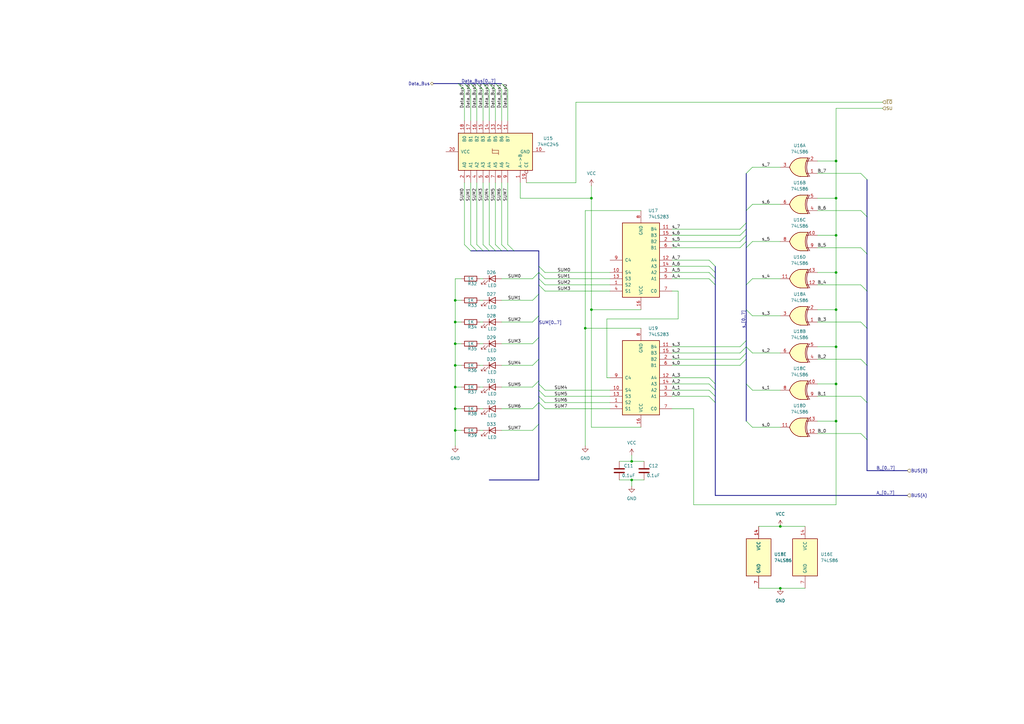
<source format=kicad_sch>
(kicad_sch (version 20231120) (generator "eeschema") (generator_version "8.0")
  (paper "A3")
  (lib_symbols
    (symbol "74xx:74HC245" (pin_names (offset 1.016))
      (property "Reference" "U" (at -7.62 16.51 0))
      (property "Value" "74HC245" (at -7.62 -16.51 0))
      (symbol "74HC245_1_0"
        (polyline (pts (xy -0.635 -1.27) (xy -0.635 1.27) (xy 0.635 1.27)))
        (polyline (pts (xy -1.27 -1.27) (xy 0.635 -1.27) (xy 0.635 1.27) (xy 1.27 1.27)))
        (pin input line (at -12.7 -10.16 0) (length 5.08) (name "A->B") (number "1"))
        (pin power_in line (at 0 -20.32 90) (length 5.08) (name "GND") (number "10"))
        (pin tri_state line (at 12.7 -5.08 180) (length 5.08) (name "B7") (number "11"))
        (pin tri_state line (at 12.7 -2.54 180) (length 5.08) (name "B6") (number "12"))
        (pin tri_state line (at 12.7 0 180) (length 5.08) (name "B5") (number "13"))
        (pin tri_state line (at 12.7 2.54 180) (length 5.08) (name "B4") (number "14"))
        (pin tri_state line (at 12.7 5.08 180) (length 5.08) (name "B3") (number "15"))
        (pin tri_state line (at 12.7 7.62 180) (length 5.08) (name "B2") (number "16"))
        (pin tri_state line (at 12.7 10.16 180) (length 5.08) (name "B1") (number "17"))
        (pin tri_state line (at 12.7 12.7 180) (length 5.08) (name "B0") (number "18"))
        (pin input inverted (at -12.7 -12.7 0) (length 5.08) (name "CE") (number "19"))
        (pin tri_state line (at -12.7 12.7 0) (length 5.08) (name "A0") (number "2"))
        (pin power_in line (at 0 20.32 270) (length 5.08) (name "VCC") (number "20"))
        (pin tri_state line (at -12.7 10.16 0) (length 5.08) (name "A1") (number "3"))
        (pin tri_state line (at -12.7 7.62 0) (length 5.08) (name "A2") (number "4"))
        (pin tri_state line (at -12.7 5.08 0) (length 5.08) (name "A3") (number "5"))
        (pin tri_state line (at -12.7 2.54 0) (length 5.08) (name "A4") (number "6"))
        (pin tri_state line (at -12.7 0 0) (length 5.08) (name "A5") (number "7"))
        (pin tri_state line (at -12.7 -2.54 0) (length 5.08) (name "A6") (number "8"))
        (pin tri_state line (at -12.7 -5.08 0) (length 5.08) (name "A7") (number "9"))
      )
      (symbol "74HC245_1_1"
        (rectangle (start -7.62 15.24) (end 7.62 -15.24) (stroke (width 0.254)) (fill (type background)))
      )
    )
    (symbol "74xx:74LS283" (pin_names (offset 1.016))
      (property "Reference" "U" (at -7.62 16.51 0))
      (property "Value" "74LS283" (at -7.62 -16.51 0))
      (symbol "74LS283_1_0"
        (pin output line (at 12.7 10.16 180) (length 5.08) (name "S2") (number "1"))
        (pin output line (at 12.7 5.08 180) (length 5.08) (name "S4") (number "10"))
        (pin input line (at -12.7 -12.7 0) (length 5.08) (name "B4") (number "11"))
        (pin input line (at -12.7 0 0) (length 5.08) (name "A4") (number "12"))
        (pin output line (at 12.7 7.62 180) (length 5.08) (name "S3") (number "13"))
        (pin input line (at -12.7 2.54 0) (length 5.08) (name "A3") (number "14"))
        (pin input line (at -12.7 -10.16 0) (length 5.08) (name "B3") (number "15"))
        (pin power_in line (at 0 20.32 270) (length 5.08) (name "VCC") (number "16"))
        (pin input line (at -12.7 -7.62 0) (length 5.08) (name "B2") (number "2"))
        (pin input line (at -12.7 5.08 0) (length 5.08) (name "A2") (number "3"))
        (pin output line (at 12.7 12.7 180) (length 5.08) (name "S1") (number "4"))
        (pin input line (at -12.7 7.62 0) (length 5.08) (name "A1") (number "5"))
        (pin input line (at -12.7 -5.08 0) (length 5.08) (name "B1") (number "6"))
        (pin input line (at -12.7 12.7 0) (length 5.08) (name "C0") (number "7"))
        (pin power_in line (at 0 -20.32 90) (length 5.08) (name "GND") (number "8"))
        (pin output line (at 12.7 0 180) (length 5.08) (name "C4") (number "9"))
      )
      (symbol "74LS283_1_1"
        (rectangle (start -7.62 15.24) (end 7.62 -15.24) (stroke (width 0.254)) (fill (type background)))
      )
    )
    (symbol "74xx:74LS86" (pin_names (offset 1.016))
      (property "Reference" "U" (at 0 1.27 0))
      (property "Value" "74LS86" (at 0 -1.27 0))
      (symbol "74LS86_1_0"
        (arc (start -4.4196 -3.81) (mid -3.2033 0) (end -4.4196 3.81) (stroke (width 0.254)))
        (arc (start -3.81 -3.81) (mid -2.589 0) (end -3.81 3.81) (stroke (width 0.254)))
        (arc (start -0.6096 -3.81) (mid 2.1842 -2.5851) (end 3.81 0) (stroke (width 0.254)) (fill (type background)))
        (polyline (pts (xy -3.81 -3.81) (xy -0.635 -3.81)) (stroke (width 0.254)) (fill (type background)))
        (polyline (pts (xy -3.81 3.81) (xy -0.635 3.81)) (stroke (width 0.254)) (fill (type background)))
        (polyline (pts (xy -0.635 3.81) (xy -3.81 3.81) (xy -3.81 3.81) (xy -3.556 3.4036) (xy -3.0226 2.2606) (xy -2.6924 1.0414) (xy -2.6162 -0.254) (xy -2.7686 -1.4986) (xy -3.175 -2.7178) (xy -3.81 -3.81) (xy -3.81 -3.81) (xy -0.635 -3.81)) (stroke (width -25.4)) (fill (type background)))
        (arc (start 3.81 0) (mid 2.1915 2.5936) (end -0.6096 3.81) (stroke (width 0.254)) (fill (type background)))
        (pin input line (at -7.62 2.54 0) (length 4.445) (name "~") (number "1"))
        (pin input line (at -7.62 -2.54 0) (length 4.445) (name "~") (number "2"))
        (pin output line (at 7.62 0 180) (length 3.81) (name "~") (number "3"))
      )
      (symbol "74LS86_1_1"
        (polyline (pts (xy -3.81 -2.54) (xy -3.175 -2.54)) (stroke (width 0.1524)))
        (polyline (pts (xy -3.81 2.54) (xy -3.175 2.54)) (stroke (width 0.1524)))
      )
      (symbol "74LS86_2_0"
        (arc (start -4.4196 -3.81) (mid -3.2033 0) (end -4.4196 3.81) (stroke (width 0.254)))
        (arc (start -3.81 -3.81) (mid -2.589 0) (end -3.81 3.81) (stroke (width 0.254)))
        (arc (start -0.6096 -3.81) (mid 2.1842 -2.5851) (end 3.81 0) (stroke (width 0.254)) (fill (type background)))
        (polyline (pts (xy -3.81 -3.81) (xy -0.635 -3.81)) (stroke (width 0.254)) (fill (type background)))
        (polyline (pts (xy -3.81 3.81) (xy -0.635 3.81)) (stroke (width 0.254)) (fill (type background)))
        (polyline (pts (xy -0.635 3.81) (xy -3.81 3.81) (xy -3.81 3.81) (xy -3.556 3.4036) (xy -3.0226 2.2606) (xy -2.6924 1.0414) (xy -2.6162 -0.254) (xy -2.7686 -1.4986) (xy -3.175 -2.7178) (xy -3.81 -3.81) (xy -3.81 -3.81) (xy -0.635 -3.81)) (stroke (width -25.4)) (fill (type background)))
        (arc (start 3.81 0) (mid 2.1915 2.5936) (end -0.6096 3.81) (stroke (width 0.254)) (fill (type background)))
        (pin input line (at -7.62 2.54 0) (length 4.445) (name "~") (number "4"))
        (pin input line (at -7.62 -2.54 0) (length 4.445) (name "~") (number "5"))
        (pin output line (at 7.62 0 180) (length 3.81) (name "~") (number "6"))
      )
      (symbol "74LS86_2_1"
        (polyline (pts (xy -3.81 -2.54) (xy -3.175 -2.54)) (stroke (width 0.1524)))
        (polyline (pts (xy -3.81 2.54) (xy -3.175 2.54)) (stroke (width 0.1524)))
      )
      (symbol "74LS86_3_0"
        (arc (start -4.4196 -3.81) (mid -3.2033 0) (end -4.4196 3.81) (stroke (width 0.254)))
        (arc (start -3.81 -3.81) (mid -2.589 0) (end -3.81 3.81) (stroke (width 0.254)))
        (arc (start -0.6096 -3.81) (mid 2.1842 -2.5851) (end 3.81 0) (stroke (width 0.254)) (fill (type background)))
        (polyline (pts (xy -3.81 -3.81) (xy -0.635 -3.81)) (stroke (width 0.254)) (fill (type background)))
        (polyline (pts (xy -3.81 3.81) (xy -0.635 3.81)) (stroke (width 0.254)) (fill (type background)))
        (polyline (pts (xy -0.635 3.81) (xy -3.81 3.81) (xy -3.81 3.81) (xy -3.556 3.4036) (xy -3.0226 2.2606) (xy -2.6924 1.0414) (xy -2.6162 -0.254) (xy -2.7686 -1.4986) (xy -3.175 -2.7178) (xy -3.81 -3.81) (xy -3.81 -3.81) (xy -0.635 -3.81)) (stroke (width -25.4)) (fill (type background)))
        (arc (start 3.81 0) (mid 2.1915 2.5936) (end -0.6096 3.81) (stroke (width 0.254)) (fill (type background)))
        (pin input line (at -7.62 -2.54 0) (length 4.445) (name "~") (number "10"))
        (pin output line (at 7.62 0 180) (length 3.81) (name "~") (number "8"))
        (pin input line (at -7.62 2.54 0) (length 4.445) (name "~") (number "9"))
      )
      (symbol "74LS86_3_1"
        (polyline (pts (xy -3.81 -2.54) (xy -3.175 -2.54)) (stroke (width 0.1524)))
        (polyline (pts (xy -3.81 2.54) (xy -3.175 2.54)) (stroke (width 0.1524)))
      )
      (symbol "74LS86_4_0"
        (arc (start -4.4196 -3.81) (mid -3.2033 0) (end -4.4196 3.81) (stroke (width 0.254)))
        (arc (start -3.81 -3.81) (mid -2.589 0) (end -3.81 3.81) (stroke (width 0.254)))
        (arc (start -0.6096 -3.81) (mid 2.1842 -2.5851) (end 3.81 0) (stroke (width 0.254)) (fill (type background)))
        (polyline (pts (xy -3.81 -3.81) (xy -0.635 -3.81)) (stroke (width 0.254)) (fill (type background)))
        (polyline (pts (xy -3.81 3.81) (xy -0.635 3.81)) (stroke (width 0.254)) (fill (type background)))
        (polyline (pts (xy -0.635 3.81) (xy -3.81 3.81) (xy -3.81 3.81) (xy -3.556 3.4036) (xy -3.0226 2.2606) (xy -2.6924 1.0414) (xy -2.6162 -0.254) (xy -2.7686 -1.4986) (xy -3.175 -2.7178) (xy -3.81 -3.81) (xy -3.81 -3.81) (xy -0.635 -3.81)) (stroke (width -25.4)) (fill (type background)))
        (arc (start 3.81 0) (mid 2.1915 2.5936) (end -0.6096 3.81) (stroke (width 0.254)) (fill (type background)))
        (pin output line (at 7.62 0 180) (length 3.81) (name "~") (number "11"))
        (pin input line (at -7.62 2.54 0) (length 4.445) (name "~") (number "12"))
        (pin input line (at -7.62 -2.54 0) (length 4.445) (name "~") (number "13"))
      )
      (symbol "74LS86_4_1"
        (polyline (pts (xy -3.81 -2.54) (xy -3.175 -2.54)) (stroke (width 0.1524)))
        (polyline (pts (xy -3.81 2.54) (xy -3.175 2.54)) (stroke (width 0.1524)))
      )
      (symbol "74LS86_5_0"
        (pin power_in line (at 0 12.7 270) (length 5.08) (name "VCC") (number "14"))
        (pin power_in line (at 0 -12.7 90) (length 5.08) (name "GND") (number "7"))
      )
      (symbol "74LS86_5_1"
        (rectangle (start -5.08 7.62) (end 5.08 -7.62) (stroke (width 0.254)) (fill (type background)))
      )
    )
    (symbol "Device:C" (pin_numbers hide) (pin_names (offset 0.254))
      (property "Reference" "C" (at 0.635 2.54 0))
      (property "Value" "C" (at 0.635 -2.54 0))
      (symbol "C_0_1"
        (polyline (pts (xy -2.032 -0.762) (xy 2.032 -0.762)) (stroke (width 0.508)))
        (polyline (pts (xy -2.032 0.762) (xy 2.032 0.762)) (stroke (width 0.508)))
      )
      (symbol "C_1_1"
        (pin passive line (at 0 3.81 270) (length 2.794) (name "~") (number "1"))
        (pin passive line (at 0 -3.81 90) (length 2.794) (name "~") (number "2"))
      )
    )
    (symbol "Device:LED" (pin_numbers hide) (pin_names (offset 1.016) hide)
      (property "Reference" "D" (at 0 2.54 0))
      (property "Value" "LED" (at 0 -2.54 0))
      (symbol "LED_0_1"
        (polyline (pts (xy -1.27 -1.27) (xy -1.27 1.27)) (stroke (width 0.254)))
        (polyline (pts (xy -1.27 0) (xy 1.27 0)))
        (polyline (pts (xy 1.27 -1.27) (xy 1.27 1.27) (xy -1.27 0) (xy 1.27 -1.27)) (stroke (width 0.254)))
        (polyline (pts (xy -3.048 -0.762) (xy -4.572 -2.286) (xy -3.81 -2.286) (xy -4.572 -2.286) (xy -4.572 -1.524)))
        (polyline (pts (xy -1.778 -0.762) (xy -3.302 -2.286) (xy -2.54 -2.286) (xy -3.302 -2.286) (xy -3.302 -1.524)))
      )
      (symbol "LED_1_1"
        (pin passive line (at -3.81 0 0) (length 2.54) (name "K") (number "1"))
        (pin passive line (at 3.81 0 180) (length 2.54) (name "A") (number "2"))
      )
    )
    (symbol "Device:R" (pin_numbers hide) (pin_names (offset 0))
      (property "Reference" "R" (at 2.032 0 90))
      (property "Value" "R" (at 0 0 90))
      (symbol "R_0_1"
        (rectangle (start -1.016 -2.54) (end 1.016 2.54) (stroke (width 0.254)))
      )
      (symbol "R_1_1"
        (pin passive line (at 0 3.81 270) (length 1.27) (name "~") (number "1"))
        (pin passive line (at 0 -3.81 90) (length 1.27) (name "~") (number "2"))
      )
    )
    (symbol "power:GND" (power) (pin_numbers hide) (pin_names (offset 0) hide)
      (property "Value" "GND" (at 0 -3.81 0))
      (symbol "GND_0_1"
        (polyline (pts (xy 0 0) (xy 0 -1.27) (xy 1.27 -1.27) (xy 0 -2.54) (xy -1.27 -1.27) (xy 0 -1.27)))
      )
      (symbol "GND_1_1"
        (pin power_in line (at 0 0 270) (length 0) (name "~") (number "1"))
      )
    )
    (symbol "power:VCC" (power) (pin_numbers hide) (pin_names (offset 0) hide)
      (property "Value" "VCC" (at 0 3.556 0))
      (symbol "VCC_0_1"
        (polyline (pts (xy -0.762 1.27) (xy 0 2.54)))
        (polyline (pts (xy 0 0) (xy 0 2.54)))
        (polyline (pts (xy 0 2.54) (xy 0.762 1.27)))
      )
      (symbol "VCC_1_1"
        (pin power_in line (at 0 0 90) (length 0) (name "~") (number "1"))
      )
    )
  )
  (junction (at 342.9 81.28))
  (junction (at 342.9 142.24))
  (junction (at 259.08 196.85))
  (junction (at 242.57 81.28))
  (junction (at 259.08 189.23))
  (junction (at 242.57 127))
  (junction (at 342.9 96.52))
  (junction (at 240.03 134.62))
  (junction (at 186.69 176.53))
  (junction (at 320.04 241.3))
  (junction (at 186.69 132.08))
  (junction (at 186.69 167.64))
  (junction (at 186.69 158.75))
  (junction (at 186.69 140.97))
  (junction (at 320.04 215.9))
  (junction (at 342.9 127))
  (junction (at 342.9 66.04))
  (junction (at 342.9 111.76))
  (junction (at 186.69 123.19))
  (junction (at 186.69 149.86))
  (junction (at 342.9 172.72))
  (junction (at 342.9 157.48))
  (bus_entry (at 306.07 172.72) (size 2.54 2.54))
  (bus_entry (at 220.98 160.02) (size 2.54 2.54))
  (bus_entry (at 220.98 129.54) (size -2.54 2.54))
  (bus_entry (at 220.98 120.65) (size -2.54 2.54))
  (bus_entry (at 306.07 142.24) (size -2.54 2.54))
  (bus_entry (at 220.98 114.3) (size 2.54 2.54))
  (bus_entry (at 198.12 102.87) (size -2.54 -2.54))
  (bus_entry (at 306.07 91.44) (size -2.54 2.54))
  (bus_entry (at 220.98 111.76) (size -2.54 2.54))
  (bus_entry (at 200.66 102.87) (size -2.54 -2.54))
  (bus_entry (at 306.07 157.48) (size 2.54 2.54))
  (bus_entry (at 220.98 138.43) (size -2.54 2.54))
  (bus_entry (at 293.37 114.3) (size -2.54 -2.54))
  (bus_entry (at 306.07 142.24) (size 2.54 2.54))
  (bus_entry (at 306.07 93.98) (size -2.54 2.54))
  (bus_entry (at 306.07 71.12) (size 2.54 -2.54))
  (bus_entry (at 355.6 104.14) (size -2.54 -2.54))
  (bus_entry (at 200.66 34.29) (size 2.54 2.54))
  (bus_entry (at 205.74 102.87) (size -2.54 -2.54))
  (bus_entry (at 306.07 139.7) (size -2.54 2.54))
  (bus_entry (at 306.07 116.84) (size 2.54 -2.54))
  (bus_entry (at 293.37 116.84) (size -2.54 -2.54))
  (bus_entry (at 293.37 109.22) (size -2.54 -2.54))
  (bus_entry (at 355.6 180.34) (size -2.54 -2.54))
  (bus_entry (at 293.37 165.1) (size -2.54 -2.54))
  (bus_entry (at 203.2 34.29) (size 2.54 2.54))
  (bus_entry (at 220.98 157.48) (size 2.54 2.54))
  (bus_entry (at 306.07 86.36) (size 2.54 -2.54))
  (bus_entry (at 220.98 165.1) (size -2.54 2.54))
  (bus_entry (at 293.37 162.56) (size -2.54 -2.54))
  (bus_entry (at 293.37 160.02) (size -2.54 -2.54))
  (bus_entry (at 193.04 102.87) (size -2.54 -2.54))
  (bus_entry (at 220.98 109.22) (size 2.54 2.54))
  (bus_entry (at 293.37 157.48) (size -2.54 -2.54))
  (bus_entry (at 355.6 149.86) (size -2.54 -2.54))
  (bus_entry (at 306.07 127) (size 2.54 2.54))
  (bus_entry (at 195.58 34.29) (size 2.54 2.54))
  (bus_entry (at 195.58 102.87) (size -2.54 -2.54))
  (bus_entry (at 220.98 147.32) (size -2.54 2.54))
  (bus_entry (at 306.07 99.06) (size -2.54 2.54))
  (bus_entry (at 205.74 34.29) (size 2.54 2.54))
  (bus_entry (at 220.98 165.1) (size 2.54 2.54))
  (bus_entry (at 306.07 101.6) (size 2.54 -2.54))
  (bus_entry (at 355.6 165.1) (size -2.54 -2.54))
  (bus_entry (at 306.07 147.32) (size -2.54 2.54))
  (bus_entry (at 355.6 119.38) (size -2.54 -2.54))
  (bus_entry (at 220.98 156.21) (size -2.54 2.54))
  (bus_entry (at 220.98 111.76) (size 2.54 2.54))
  (bus_entry (at 306.07 96.52) (size -2.54 2.54))
  (bus_entry (at 208.28 102.87) (size -2.54 -2.54))
  (bus_entry (at 355.6 88.9) (size -2.54 -2.54))
  (bus_entry (at 193.04 34.29) (size 2.54 2.54))
  (bus_entry (at 210.82 102.87) (size -2.54 -2.54))
  (bus_entry (at 187.96 34.29) (size 2.54 2.54))
  (bus_entry (at 198.12 34.29) (size 2.54 2.54))
  (bus_entry (at 203.2 102.87) (size -2.54 -2.54))
  (bus_entry (at 355.6 134.62) (size -2.54 -2.54))
  (bus_entry (at 355.6 73.66) (size -2.54 -2.54))
  (bus_entry (at 306.07 144.78) (size -2.54 2.54))
  (bus_entry (at 293.37 111.76) (size -2.54 -2.54))
  (bus_entry (at 220.98 173.99) (size -2.54 2.54))
  (bus_entry (at 220.98 116.84) (size 2.54 2.54))
  (bus_entry (at 220.98 162.56) (size 2.54 2.54))
  (bus_entry (at 190.5 34.29) (size 2.54 2.54))
  (bus (pts (xy 205.74 102.87) (xy 208.28 102.87)))
  (wire (pts (xy 223.52 167.64) (xy 250.19 167.64)))
  (wire (pts (xy 342.9 172.72) (xy 342.9 157.48)))
  (wire (pts (xy 205.74 123.19) (xy 218.44 123.19)))
  (wire (pts (xy 353.06 86.36) (xy 335.28 86.36)))
  (bus (pts (xy 355.6 104.14) (xy 355.6 119.38)))
  (wire (pts (xy 335.28 132.08) (xy 353.06 132.08)))
  (bus (pts (xy 306.07 139.7) (xy 306.07 142.24)))
  (bus (pts (xy 200.66 196.85) (xy 220.98 196.85)))
  (bus (pts (xy 193.04 102.87) (xy 195.58 102.87)))
  (bus (pts (xy 220.98 162.56) (xy 220.98 160.02)))
  (bus (pts (xy 177.8 34.29) (xy 187.96 34.29)))
  (wire (pts (xy 353.06 177.8) (xy 335.28 177.8)))
  (bus (pts (xy 195.58 102.87) (xy 198.12 102.87)))
  (wire (pts (xy 236.22 74.93) (xy 236.22 41.91)))
  (wire (pts (xy 275.59 114.3) (xy 290.83 114.3)))
  (bus (pts (xy 193.04 34.29) (xy 195.58 34.29)))
  (wire (pts (xy 335.28 71.12) (xy 353.06 71.12)))
  (wire (pts (xy 342.9 66.04) (xy 342.9 81.28)))
  (wire (pts (xy 198.12 140.97) (xy 196.85 140.97)))
  (wire (pts (xy 275.59 147.32) (xy 303.53 147.32)))
  (wire (pts (xy 223.52 119.38) (xy 250.19 119.38)))
  (wire (pts (xy 275.59 119.38) (xy 278.13 119.38)))
  (wire (pts (xy 190.5 74.93) (xy 190.5 100.33)))
  (wire (pts (xy 208.28 36.83) (xy 208.28 49.53)))
  (wire (pts (xy 205.74 158.75) (xy 218.44 158.75)))
  (wire (pts (xy 205.74 132.08) (xy 218.44 132.08)))
  (wire (pts (xy 335.28 142.24) (xy 342.9 142.24)))
  (wire (pts (xy 342.9 44.45) (xy 361.95 44.45)))
  (wire (pts (xy 259.08 196.85) (xy 259.08 199.39)))
  (bus (pts (xy 306.07 96.52) (xy 306.07 99.06)))
  (wire (pts (xy 198.12 36.83) (xy 198.12 49.53)))
  (wire (pts (xy 242.57 76.2) (xy 242.57 81.28)))
  (bus (pts (xy 198.12 102.87) (xy 200.66 102.87)))
  (bus (pts (xy 293.37 165.1) (xy 293.37 203.2)))
  (wire (pts (xy 236.22 41.91) (xy 361.95 41.91)))
  (wire (pts (xy 335.28 66.04) (xy 342.9 66.04)))
  (wire (pts (xy 275.59 154.94) (xy 290.83 154.94)))
  (wire (pts (xy 275.59 157.48) (xy 290.83 157.48)))
  (bus (pts (xy 355.6 149.86) (xy 355.6 165.1)))
  (bus (pts (xy 220.98 109.22) (xy 220.98 102.87)))
  (wire (pts (xy 240.03 86.36) (xy 240.03 134.62)))
  (wire (pts (xy 223.52 116.84) (xy 250.19 116.84)))
  (wire (pts (xy 308.61 144.78) (xy 320.04 144.78)))
  (wire (pts (xy 205.74 176.53) (xy 218.44 176.53)))
  (wire (pts (xy 342.9 157.48) (xy 342.9 142.24)))
  (wire (pts (xy 193.04 36.83) (xy 193.04 49.53)))
  (bus (pts (xy 306.07 144.78) (xy 306.07 147.32)))
  (bus (pts (xy 293.37 111.76) (xy 293.37 114.3)))
  (wire (pts (xy 342.9 66.04) (xy 342.9 44.45)))
  (wire (pts (xy 335.28 111.76) (xy 342.9 111.76)))
  (bus (pts (xy 200.66 34.29) (xy 203.2 34.29)))
  (wire (pts (xy 186.69 167.64) (xy 186.69 158.75)))
  (wire (pts (xy 186.69 132.08) (xy 186.69 140.97)))
  (bus (pts (xy 306.07 86.36) (xy 306.07 91.44)))
  (wire (pts (xy 189.23 167.64) (xy 186.69 167.64)))
  (wire (pts (xy 198.12 167.64) (xy 196.85 167.64)))
  (bus (pts (xy 198.12 34.29) (xy 200.66 34.29)))
  (wire (pts (xy 335.28 96.52) (xy 342.9 96.52)))
  (wire (pts (xy 248.92 130.81) (xy 248.92 154.94)))
  (wire (pts (xy 242.57 175.26) (xy 242.57 127)))
  (wire (pts (xy 198.12 176.53) (xy 196.85 176.53)))
  (bus (pts (xy 293.37 160.02) (xy 293.37 162.56)))
  (wire (pts (xy 284.48 207.01) (xy 342.9 207.01)))
  (wire (pts (xy 342.9 207.01) (xy 342.9 172.72)))
  (wire (pts (xy 353.06 147.32) (xy 335.28 147.32)))
  (wire (pts (xy 198.12 74.93) (xy 198.12 100.33)))
  (wire (pts (xy 262.89 127) (xy 242.57 127)))
  (wire (pts (xy 189.23 140.97) (xy 186.69 140.97)))
  (wire (pts (xy 275.59 160.02) (xy 290.83 160.02)))
  (wire (pts (xy 262.89 175.26) (xy 242.57 175.26)))
  (wire (pts (xy 195.58 36.83) (xy 195.58 49.53)))
  (bus (pts (xy 220.98 138.43) (xy 220.98 129.54)))
  (wire (pts (xy 198.12 123.19) (xy 196.85 123.19)))
  (wire (pts (xy 278.13 119.38) (xy 278.13 130.81)))
  (bus (pts (xy 220.98 114.3) (xy 220.98 111.76)))
  (wire (pts (xy 311.15 215.9) (xy 320.04 215.9)))
  (bus (pts (xy 306.07 127) (xy 306.07 139.7)))
  (bus (pts (xy 203.2 102.87) (xy 205.74 102.87)))
  (bus (pts (xy 355.6 88.9) (xy 355.6 104.14)))
  (bus (pts (xy 190.5 34.29) (xy 193.04 34.29)))
  (wire (pts (xy 240.03 134.62) (xy 262.89 134.62)))
  (wire (pts (xy 215.9 74.93) (xy 236.22 74.93)))
  (bus (pts (xy 220.98 120.65) (xy 220.98 116.84)))
  (wire (pts (xy 278.13 130.81) (xy 248.92 130.81)))
  (wire (pts (xy 308.61 129.54) (xy 320.04 129.54)))
  (bus (pts (xy 306.07 157.48) (xy 306.07 172.72)))
  (wire (pts (xy 198.12 132.08) (xy 196.85 132.08)))
  (wire (pts (xy 203.2 36.83) (xy 203.2 49.53)))
  (wire (pts (xy 189.23 149.86) (xy 186.69 149.86)))
  (wire (pts (xy 205.74 114.3) (xy 218.44 114.3)))
  (wire (pts (xy 262.89 86.36) (xy 240.03 86.36)))
  (wire (pts (xy 308.61 114.3) (xy 320.04 114.3)))
  (wire (pts (xy 200.66 36.83) (xy 200.66 49.53)))
  (bus (pts (xy 306.07 116.84) (xy 306.07 127)))
  (bus (pts (xy 220.98 165.1) (xy 220.98 162.56)))
  (wire (pts (xy 205.74 149.86) (xy 218.44 149.86)))
  (wire (pts (xy 198.12 149.86) (xy 196.85 149.86)))
  (wire (pts (xy 205.74 140.97) (xy 218.44 140.97)))
  (bus (pts (xy 293.37 116.84) (xy 293.37 157.48)))
  (wire (pts (xy 275.59 101.6) (xy 303.53 101.6)))
  (wire (pts (xy 275.59 142.24) (xy 303.53 142.24)))
  (wire (pts (xy 193.04 74.93) (xy 193.04 100.33)))
  (wire (pts (xy 342.9 96.52) (xy 342.9 111.76)))
  (bus (pts (xy 293.37 114.3) (xy 293.37 116.84)))
  (wire (pts (xy 223.52 114.3) (xy 250.19 114.3)))
  (wire (pts (xy 198.12 158.75) (xy 196.85 158.75)))
  (wire (pts (xy 259.08 189.23) (xy 259.08 186.69)))
  (wire (pts (xy 203.2 74.93) (xy 203.2 100.33)))
  (wire (pts (xy 275.59 109.22) (xy 290.83 109.22)))
  (wire (pts (xy 311.15 241.3) (xy 320.04 241.3)))
  (wire (pts (xy 284.48 167.64) (xy 284.48 207.01)))
  (wire (pts (xy 189.23 132.08) (xy 186.69 132.08)))
  (wire (pts (xy 240.03 134.62) (xy 240.03 182.88)))
  (wire (pts (xy 223.52 162.56) (xy 250.19 162.56)))
  (bus (pts (xy 200.66 102.87) (xy 203.2 102.87)))
  (wire (pts (xy 353.06 116.84) (xy 335.28 116.84)))
  (bus (pts (xy 220.98 129.54) (xy 220.98 120.65)))
  (wire (pts (xy 335.28 127) (xy 342.9 127)))
  (wire (pts (xy 290.83 106.68) (xy 275.59 106.68)))
  (wire (pts (xy 189.23 158.75) (xy 186.69 158.75)))
  (wire (pts (xy 275.59 144.78) (xy 303.53 144.78)))
  (wire (pts (xy 213.36 74.93) (xy 213.36 81.28)))
  (wire (pts (xy 335.28 162.56) (xy 353.06 162.56)))
  (wire (pts (xy 223.52 111.76) (xy 250.19 111.76)))
  (wire (pts (xy 186.69 123.19) (xy 186.69 132.08)))
  (bus (pts (xy 372.11 203.2) (xy 293.37 203.2)))
  (bus (pts (xy 210.82 102.87) (xy 220.98 102.87)))
  (bus (pts (xy 372.11 193.04) (xy 355.6 193.04)))
  (bus (pts (xy 293.37 162.56) (xy 293.37 165.1)))
  (wire (pts (xy 198.12 114.3) (xy 196.85 114.3)))
  (bus (pts (xy 306.07 71.12) (xy 306.07 86.36)))
  (wire (pts (xy 205.74 36.83) (xy 205.74 49.53)))
  (wire (pts (xy 275.59 99.06) (xy 303.53 99.06)))
  (wire (pts (xy 205.74 167.64) (xy 218.44 167.64)))
  (bus (pts (xy 306.07 93.98) (xy 306.07 96.52)))
  (bus (pts (xy 306.07 99.06) (xy 306.07 101.6)))
  (bus (pts (xy 306.07 142.24) (xy 306.07 144.78)))
  (wire (pts (xy 275.59 149.86) (xy 303.53 149.86)))
  (wire (pts (xy 186.69 114.3) (xy 186.69 123.19)))
  (wire (pts (xy 342.9 111.76) (xy 342.9 127)))
  (wire (pts (xy 223.52 160.02) (xy 250.19 160.02)))
  (wire (pts (xy 275.59 162.56) (xy 290.83 162.56)))
  (bus (pts (xy 293.37 109.22) (xy 293.37 111.76)))
  (bus (pts (xy 306.07 147.32) (xy 306.07 157.48)))
  (bus (pts (xy 220.98 156.21) (xy 220.98 147.32)))
  (bus (pts (xy 220.98 160.02) (xy 220.98 157.48)))
  (wire (pts (xy 320.04 215.9) (xy 330.2 215.9)))
  (wire (pts (xy 186.69 140.97) (xy 186.69 149.86)))
  (wire (pts (xy 342.9 127) (xy 342.9 142.24)))
  (bus (pts (xy 355.6 119.38) (xy 355.6 134.62)))
  (bus (pts (xy 203.2 34.29) (xy 205.74 34.29)))
  (wire (pts (xy 248.92 154.94) (xy 250.19 154.94)))
  (wire (pts (xy 335.28 172.72) (xy 342.9 172.72)))
  (wire (pts (xy 342.9 81.28) (xy 342.9 96.52)))
  (wire (pts (xy 303.53 93.98) (xy 275.59 93.98)))
  (bus (pts (xy 355.6 134.62) (xy 355.6 149.86)))
  (wire (pts (xy 200.66 74.93) (xy 200.66 100.33)))
  (bus (pts (xy 293.37 157.48) (xy 293.37 160.02)))
  (bus (pts (xy 306.07 91.44) (xy 306.07 93.98)))
  (wire (pts (xy 208.28 74.93) (xy 208.28 100.33)))
  (bus (pts (xy 220.98 116.84) (xy 220.98 114.3)))
  (wire (pts (xy 275.59 111.76) (xy 290.83 111.76)))
  (wire (pts (xy 189.23 123.19) (xy 186.69 123.19)))
  (wire (pts (xy 213.36 81.28) (xy 242.57 81.28)))
  (wire (pts (xy 308.61 68.58) (xy 320.04 68.58)))
  (wire (pts (xy 254 189.23) (xy 259.08 189.23)))
  (bus (pts (xy 208.28 102.87) (xy 210.82 102.87)))
  (wire (pts (xy 195.58 74.93) (xy 195.58 100.33)))
  (bus (pts (xy 355.6 180.34) (xy 355.6 193.04)))
  (bus (pts (xy 355.6 165.1) (xy 355.6 180.34)))
  (wire (pts (xy 190.5 36.83) (xy 190.5 49.53)))
  (bus (pts (xy 220.98 173.99) (xy 220.98 196.85)))
  (wire (pts (xy 320.04 241.3) (xy 330.2 241.3)))
  (wire (pts (xy 189.23 176.53) (xy 186.69 176.53)))
  (wire (pts (xy 335.28 81.28) (xy 342.9 81.28)))
  (wire (pts (xy 259.08 189.23) (xy 264.16 189.23)))
  (wire (pts (xy 308.61 83.82) (xy 320.04 83.82)))
  (wire (pts (xy 189.23 114.3) (xy 186.69 114.3)))
  (wire (pts (xy 335.28 157.48) (xy 342.9 157.48)))
  (bus (pts (xy 187.96 34.29) (xy 190.5 34.29)))
  (wire (pts (xy 353.06 101.6) (xy 335.28 101.6)))
  (wire (pts (xy 186.69 182.88) (xy 186.69 176.53)))
  (wire (pts (xy 186.69 158.75) (xy 186.69 149.86)))
  (bus (pts (xy 220.98 165.1) (xy 220.98 173.99)))
  (wire (pts (xy 303.53 96.52) (xy 275.59 96.52)))
  (wire (pts (xy 308.61 175.26) (xy 320.04 175.26)))
  (wire (pts (xy 259.08 196.85) (xy 264.16 196.85)))
  (bus (pts (xy 355.6 73.66) (xy 355.6 88.9)))
  (bus (pts (xy 220.98 111.76) (xy 220.98 109.22)))
  (wire (pts (xy 308.61 160.02) (xy 320.04 160.02)))
  (wire (pts (xy 205.74 74.93) (xy 205.74 100.33)))
  (wire (pts (xy 308.61 99.06) (xy 320.04 99.06)))
  (wire (pts (xy 186.69 176.53) (xy 186.69 167.64)))
  (wire (pts (xy 254 196.85) (xy 259.08 196.85)))
  (wire (pts (xy 275.59 167.64) (xy 284.48 167.64)))
  (bus (pts (xy 220.98 147.32) (xy 220.98 138.43)))
  (wire (pts (xy 242.57 81.28) (xy 242.57 127)))
  (bus (pts (xy 195.58 34.29) (xy 198.12 34.29)))
  (bus (pts (xy 306.07 101.6) (xy 306.07 116.84)))
  (wire (pts (xy 223.52 165.1) (xy 250.19 165.1)))
  (bus (pts (xy 220.98 157.48) (xy 220.98 156.21)))
  (label "B_5" (at 335.28 101.6 0))
  (label "SUM5" (at 208.28 158.75 0))
  (label "s_5" (at 275.59 99.06 0))
  (label "Data_Bus0" (at 208.28 44.45 90))
  (label "s_4" (at 312.42 114.3 0))
  (label "Data_Bus1" (at 205.74 44.45 90))
  (label "SUM4" (at 200.66 82.55 90))
  (label "SUM1" (at 228.6 114.3 0))
  (label "s_4" (at 275.59 101.6 0))
  (label "Data_Bus6" (at 193.04 44.45 90))
  (label "SUM6" (at 227.33 165.1 0))
  (label "SUM6" (at 205.74 82.55 90))
  (label "A_1" (at 275.59 160.02 0))
  (label "A_3" (at 275.59 154.94 0))
  (label "B_2" (at 335.28 147.32 0))
  (label "SUM7" (at 208.28 82.55 90))
  (label "B_4" (at 335.28 116.84 0))
  (label "Data_Bus3" (at 200.66 44.45 90))
  (label "s_0" (at 312.42 175.26 0))
  (label "s_0" (at 275.59 149.86 0))
  (label "A_6" (at 275.59 109.22 0))
  (label "A_5" (at 275.59 111.76 0))
  (label "SUM3" (at 198.12 82.55 90))
  (label "s_2" (at 312.42 144.78 0))
  (label "B_[0..7]" (at 359.41 193.04 0))
  (label "A_0" (at 275.59 162.56 0))
  (label "B_7" (at 335.28 71.12 0))
  (label "s_3" (at 312.42 129.54 0))
  (label "A_[0..7]" (at 359.41 203.2 0))
  (label "A_2" (at 275.59 157.48 0))
  (label "SUM7" (at 208.28 176.53 0))
  (label "SUM3" (at 228.6 119.38 0))
  (label "s_1" (at 275.59 147.32 0))
  (label "s_7" (at 275.59 93.98 0))
  (label "s_[0..7]" (at 306.07 134.62 90))
  (label "SUM5" (at 203.2 82.55 90))
  (label "SUM2" (at 195.58 82.55 90))
  (label "SUM1" (at 208.28 123.19 0))
  (label "Data_Bus4" (at 198.12 44.45 90))
  (label "Data_Bus[0..7]" (at 189.23 34.29 0))
  (label "SUM0" (at 190.5 82.55 90))
  (label "SUM0" (at 228.6 111.76 0))
  (label "SUM5" (at 227.33 162.56 0))
  (label "B_3" (at 335.28 132.08 0))
  (label "Data_Bus5" (at 195.58 44.45 90))
  (label "s_5" (at 312.42 99.06 0))
  (label "SUM3" (at 208.28 140.97 0))
  (label "SUM4" (at 227.33 160.02 0))
  (label "B_1" (at 335.28 162.56 0))
  (label "s_3" (at 275.59 142.24 0))
  (label "Data_Bus2" (at 203.2 44.45 90))
  (label "A_4" (at 275.59 114.3 0))
  (label "s_7" (at 312.42 68.58 0))
  (label "SUM4" (at 208.28 149.86 0))
  (label "SUM2" (at 208.28 132.08 0))
  (label "Data_Bus7" (at 190.5 44.45 90))
  (label "SUM7" (at 227.33 167.64 0))
  (label "SUM0" (at 208.28 114.3 0))
  (label "s_1" (at 312.42 160.02 0))
  (label "SUM6" (at 208.28 167.64 0))
  (label "B_0" (at 335.28 177.8 0))
  (label "SUM2" (at 228.6 116.84 0))
  (label "B_6" (at 335.28 86.36 0))
  (label "A_7" (at 275.59 106.68 0))
  (label "s_6" (at 312.42 83.82 0))
  (label "SUM1" (at 193.04 82.55 90))
  (label "SUM[0..7]" (at 220.98 133.35 0))
  (label "s_6" (at 275.59 96.52 0))
  (label "s_2" (at 275.59 144.78 0))
  (hierarchical_label "BUS(A)" (shape input) (at 372.11 203.2 0))
  (hierarchical_label "BUS(B)" (shape input) (at 372.11 193.04 0))
  (hierarchical_label "SU" (shape input) (at 361.95 44.45 0))
  (hierarchical_label "~{EO}" (shape input) (at 361.95 41.91 0))
  (hierarchical_label "Data_Bus" (shape bidirectional) (at 177.8 34.29 180))
  (symbol (lib_id "power:VCC") (at 242.57 76.2 0) (unit 1)
    (property "Reference" "#PWR023" (effects (hide yes)))
    (property "Value" "VCC" (at 242.57 71.12 0))
    (property "Description" "Power symbol creates a global label with name \"VCC\"" (effects (hide yes)))
  )
  (symbol (lib_id "Device:LED") (at 201.93 114.3 0) (unit 1)
    (property "Reference" "D26" (at 203.454 111.76 0) (effects (justify right)))
    (property "Value" "LED" (at 203.708 117.094 0) (effects (justify right)))
    (property "Footprint" "LED_THT:LED_D5.0mm" (effects (hide yes)))
    (property "Description" "Light emitting diode" (effects (hide yes)))
  )
  (symbol (lib_id "Device:R") (at 193.04 114.3 270) (unit 1)
    (property "Reference" "R32" (at 191.77 116.332 90) (effects (justify left)))
    (property "Value" "1K" (at 191.77 114.3 90) (effects (justify left)))
    (property "Footprint" "Resistor_THT:R_Axial_DIN0309_L9.0mm_D3.2mm_P12.70mm_Horizontal" (effects (hide yes)))
    (property "Description" "Resistor" (effects (hide yes)))
  )
  (symbol (lib_id "Device:LED") (at 201.93 140.97 0) (unit 1)
    (property "Reference" "D29" (at 203.454 138.43 0) (effects (justify right)))
    (property "Value" "LED" (at 203.708 143.764 0) (effects (justify right)))
    (property "Footprint" "LED_THT:LED_D5.0mm" (effects (hide yes)))
    (property "Description" "Light emitting diode" (effects (hide yes)))
  )
  (symbol (lib_id "power:VCC") (at 320.04 215.9 0) (unit 1)
    (property "Reference" "#PWR028" (effects (hide yes)))
    (property "Value" "VCC" (at 320.04 210.82 0))
    (property "Description" "Power symbol creates a global label with name \"VCC\"" (effects (hide yes)))
  )
  (symbol (lib_id "power:VCC") (at 259.08 186.69 0) (unit 1)
    (property "Reference" "#PWR026" (effects (hide yes)))
    (property "Value" "VCC" (at 259.08 181.61 0))
    (property "Description" "Power symbol creates a global label with name \"VCC\"" (effects (hide yes)))
  )
  (symbol (lib_id "74xx:74HC245") (at 203.2 62.23 90) (unit 1)
    (property "Reference" "U15" (at 224.79 56.7338 90))
    (property "Value" "74HC245" (at 224.79 59.2738 90))
    (property "Footprint" "Package_DIP:DIP-20_W7.62mm" (effects (hide yes)))
    (property "Datasheet" "http://www.ti.com/lit/gpn/sn74HC245" (effects (hide yes)))
    (property "Description" "Octal BUS Transceivers, 3-State outputs" (effects (hide yes)))
  )
  (symbol (lib_id "Device:R") (at 193.04 176.53 270) (unit 1)
    (property "Reference" "R39" (at 191.77 178.562 90) (effects (justify left)))
    (property "Value" "1K" (at 191.77 176.53 90) (effects (justify left)))
    (property "Footprint" "Resistor_THT:R_Axial_DIN0309_L9.0mm_D3.2mm_P12.70mm_Horizontal" (effects (hide yes)))
    (property "Description" "Resistor" (effects (hide yes)))
  )
  (symbol (lib_id "74xx:74LS86") (at 327.66 160.02 180) (unit 3)
    (property "Reference" "U18" (at 327.9648 151.13 0))
    (property "Value" "74LS86" (at 327.9648 153.67 0))
    (property "Footprint" "Package_DIP:DIP-14_W7.62mm" (effects (hide yes)))
    (property "Datasheet" "74xx/74ls86.pdf" (effects (hide yes)))
    (property "Description" "Quad 2-input XOR" (effects (hide yes)))
  )
  (symbol (lib_id "Device:C") (at 264.16 193.04 0) (unit 1)
    (property "Reference" "C12" (at 267.97 191.7699 0) (effects (justify bottom)))
    (property "Value" "0.1uF" (at 267.97 194.3099 0) (effects (justify top)))
    (property "Footprint" "Capacitor_THT:C_Disc_D5.0mm_W2.5mm_P5.00mm" (effects (hide yes)))
    (property "Description" "Unpolarized capacitor" (effects (hide yes)))
  )
  (symbol (lib_id "Device:R") (at 193.04 158.75 270) (unit 1)
    (property "Reference" "R37" (at 191.77 160.782 90) (effects (justify left)))
    (property "Value" "1K" (at 191.77 158.75 90) (effects (justify left)))
    (property "Footprint" "Resistor_THT:R_Axial_DIN0309_L9.0mm_D3.2mm_P12.70mm_Horizontal" (effects (hide yes)))
    (property "Description" "Resistor" (effects (hide yes)))
  )
  (symbol (lib_id "Device:R") (at 193.04 167.64 270) (unit 1)
    (property "Reference" "R38" (at 191.77 169.672 90) (effects (justify left)))
    (property "Value" "1K" (at 191.77 167.64 90) (effects (justify left)))
    (property "Footprint" "Resistor_THT:R_Axial_DIN0309_L9.0mm_D3.2mm_P12.70mm_Horizontal" (effects (hide yes)))
    (property "Description" "Resistor" (effects (hide yes)))
  )
  (symbol (lib_id "Device:LED") (at 201.93 123.19 0) (unit 1)
    (property "Reference" "D27" (at 203.454 120.65 0) (effects (justify right)))
    (property "Value" "LED" (at 203.708 125.984 0) (effects (justify right)))
    (property "Footprint" "LED_THT:LED_D5.0mm" (effects (hide yes)))
    (property "Description" "Light emitting diode" (effects (hide yes)))
  )
  (symbol (lib_id "74xx:74LS86") (at 327.66 99.06 180) (unit 3)
    (property "Reference" "U16" (at 327.9648 90.17 0))
    (property "Value" "74LS86" (at 327.9648 92.71 0))
    (property "Footprint" "Package_DIP:DIP-14_W7.62mm" (effects (hide yes)))
    (property "Datasheet" "74xx/74ls86.pdf" (effects (hide yes)))
    (property "Description" "Quad 2-input XOR" (effects (hide yes)))
  )
  (symbol (lib_id "Device:LED") (at 201.93 149.86 0) (unit 1)
    (property "Reference" "D30" (at 203.454 147.32 0) (effects (justify right)))
    (property "Value" "LED" (at 203.708 152.654 0) (effects (justify right)))
    (property "Footprint" "LED_THT:LED_D5.0mm" (effects (hide yes)))
    (property "Description" "Light emitting diode" (effects (hide yes)))
  )
  (symbol (lib_id "Device:R") (at 193.04 149.86 270) (unit 1)
    (property "Reference" "R36" (at 191.77 151.892 90) (effects (justify left)))
    (property "Value" "1K" (at 191.77 149.86 90) (effects (justify left)))
    (property "Footprint" "Resistor_THT:R_Axial_DIN0309_L9.0mm_D3.2mm_P12.70mm_Horizontal" (effects (hide yes)))
    (property "Description" "Resistor" (effects (hide yes)))
  )
  (symbol (lib_id "Device:LED") (at 201.93 176.53 0) (unit 1)
    (property "Reference" "D33" (at 203.454 173.99 0) (effects (justify right)))
    (property "Value" "LED" (at 203.708 179.324 0) (effects (justify right)))
    (property "Footprint" "LED_THT:LED_D5.0mm" (effects (hide yes)))
    (property "Description" "Light emitting diode" (effects (hide yes)))
  )
  (symbol (lib_id "power:GND") (at 259.08 199.39 0) (unit 1)
    (property "Reference" "#PWR027" (effects (hide yes)))
    (property "Value" "GND" (at 259.08 204.47 0))
    (property "Description" "Power symbol creates a global label with name \"GND\" , ground" (effects (hide yes)))
  )
  (symbol (lib_id "74xx:74LS86") (at 327.66 144.78 180) (unit 2)
    (property "Reference" "U18" (at 327.9648 135.89 0))
    (property "Value" "74LS86" (at 327.9648 138.43 0))
    (property "Footprint" "Package_DIP:DIP-14_W7.62mm" (effects (hide yes)))
    (property "Datasheet" "74xx/74ls86.pdf" (effects (hide yes)))
    (property "Description" "Quad 2-input XOR" (effects (hide yes)))
  )
  (symbol (lib_id "Device:R") (at 193.04 132.08 270) (unit 1)
    (property "Reference" "R34" (at 191.77 134.112 90) (effects (justify left)))
    (property "Value" "1K" (at 191.77 132.08 90) (effects (justify left)))
    (property "Footprint" "Resistor_THT:R_Axial_DIN0309_L9.0mm_D3.2mm_P12.70mm_Horizontal" (effects (hide yes)))
    (property "Description" "Resistor" (effects (hide yes)))
  )
  (symbol (lib_id "74xx:74LS86") (at 327.66 68.58 180) (unit 1)
    (property "Reference" "U16" (at 327.9648 59.69 0))
    (property "Value" "74LS86" (at 327.9648 62.23 0))
    (property "Footprint" "Package_DIP:DIP-14_W7.62mm" (effects (hide yes)))
    (property "Datasheet" "74xx/74ls86.pdf" (effects (hide yes)))
    (property "Description" "Quad 2-input XOR" (effects (hide yes)))
  )
  (symbol (lib_id "power:GND") (at 240.03 182.88 0) (unit 1)
    (property "Reference" "#PWR025" (effects (hide yes)))
    (property "Value" "GND" (at 240.03 187.96 0))
    (property "Description" "Power symbol creates a global label with name \"GND\" , ground" (effects (hide yes)))
  )
  (symbol (lib_id "power:GND") (at 320.04 241.3 0) (unit 1)
    (property "Reference" "#PWR029" (effects (hide yes)))
    (property "Value" "GND" (at 320.04 246.38 0))
    (property "Description" "Power symbol creates a global label with name \"GND\" , ground" (effects (hide yes)))
  )
  (symbol (lib_id "74xx:74LS86") (at 327.66 83.82 180) (unit 2)
    (property "Reference" "U16" (at 327.9648 74.93 0))
    (property "Value" "74LS86" (at 327.9648 77.47 0))
    (property "Footprint" "Package_DIP:DIP-14_W7.62mm" (effects (hide yes)))
    (property "Datasheet" "74xx/74ls86.pdf" (effects (hide yes)))
    (property "Description" "Quad 2-input XOR" (effects (hide yes)))
  )
  (symbol (lib_id "Device:LED") (at 201.93 132.08 0) (unit 1)
    (property "Reference" "D28" (at 203.454 129.54 0) (effects (justify right)))
    (property "Value" "LED" (at 203.708 134.874 0) (effects (justify right)))
    (property "Footprint" "LED_THT:LED_D5.0mm" (effects (hide yes)))
    (property "Description" "Light emitting diode" (effects (hide yes)))
  )
  (symbol (lib_id "74xx:74LS283") (at 262.89 106.68 180) (unit 1)
    (property "Reference" "U17" (at 265.9065 86.36 0) (effects (justify right)))
    (property "Value" "74LS283" (at 265.9065 88.9 0) (effects (justify right)))
    (property "Footprint" "Package_DIP:DIP-16_W7.62mm" (effects (hide yes)))
    (property "Datasheet" "http://www.ti.com/lit/gpn/sn74LS283" (effects (hide yes)))
    (property "Description" "4-bit full Adder" (effects (hide yes)))
  )
  (symbol (lib_id "Device:R") (at 193.04 123.19 270) (unit 1)
    (property "Reference" "R33" (at 191.77 125.222 90) (effects (justify left)))
    (property "Value" "1K" (at 191.77 123.19 90) (effects (justify left)))
    (property "Footprint" "Resistor_THT:R_Axial_DIN0309_L9.0mm_D3.2mm_P12.70mm_Horizontal" (effects (hide yes)))
    (property "Description" "Resistor" (effects (hide yes)))
  )
  (symbol (lib_id "74xx:74LS86") (at 327.66 129.54 180) (unit 1)
    (property "Reference" "U18" (at 327.9648 120.65 0))
    (property "Value" "74LS86" (at 327.9648 123.19 0))
    (property "Footprint" "Package_DIP:DIP-14_W7.62mm" (effects (hide yes)))
    (property "Datasheet" "74xx/74ls86.pdf" (effects (hide yes)))
    (property "Description" "Quad 2-input XOR" (effects (hide yes)))
  )
  (symbol (lib_id "power:GND") (at 186.69 182.88 0) (unit 1)
    (property "Reference" "#PWR024" (effects (hide yes)))
    (property "Value" "GND" (at 186.69 187.96 0))
    (property "Description" "Power symbol creates a global label with name \"GND\" , ground" (effects (hide yes)))
  )
  (symbol (lib_id "74xx:74LS283") (at 262.89 154.94 180) (unit 1)
    (property "Reference" "U19" (at 265.9065 134.62 0) (effects (justify right)))
    (property "Value" "74LS283" (at 265.9065 137.16 0) (effects (justify right)))
    (property "Footprint" "Package_DIP:DIP-16_W7.62mm" (effects (hide yes)))
    (property "Datasheet" "http://www.ti.com/lit/gpn/sn74LS283" (effects (hide yes)))
    (property "Description" "4-bit full Adder" (effects (hide yes)))
  )
  (symbol (lib_id "Device:R") (at 193.04 140.97 270) (unit 1)
    (property "Reference" "R35" (at 191.77 143.002 90) (effects (justify left)))
    (property "Value" "1K" (at 191.77 140.97 90) (effects (justify left)))
    (property "Footprint" "Resistor_THT:R_Axial_DIN0309_L9.0mm_D3.2mm_P12.70mm_Horizontal" (effects (hide yes)))
    (property "Description" "Resistor" (effects (hide yes)))
  )
  (symbol (lib_id "Device:C") (at 254 193.04 180) (unit 1)
    (property "Reference" "C11" (at 257.81 191.7699 0) (effects (justify top)))
    (property "Value" "0.1uF" (at 257.81 194.3099 0) (effects (justify bottom)))
    (property "Footprint" "Capacitor_THT:C_Disc_D5.0mm_W2.5mm_P5.00mm" (effects (hide yes)))
    (property "Description" "Unpolarized capacitor" (effects (hide yes)))
  )
  (symbol (lib_id "74xx:74LS86") (at 327.66 175.26 180) (unit 4)
    (property "Reference" "U18" (at 327.9648 166.37 0))
    (property "Value" "74LS86" (at 327.9648 168.91 0))
    (property "Footprint" "Package_DIP:DIP-14_W7.62mm" (effects (hide yes)))
    (property "Datasheet" "74xx/74ls86.pdf" (effects (hide yes)))
    (property "Description" "Quad 2-input XOR" (effects (hide yes)))
  )
  (symbol (lib_id "74xx:74LS86") (at 311.15 228.6 0) (unit 5)
    (property "Reference" "U18" (at 317.5 227.3299 0) (effects (justify left)))
    (property "Value" "74LS86" (at 317.5 229.8699 0) (effects (justify left)))
    (property "Footprint" "Package_DIP:DIP-14_W7.62mm" (effects (hide yes)))
    (property "Datasheet" "74xx/74ls86.pdf" (effects (hide yes)))
    (property "Description" "Quad 2-input XOR" (effects (hide yes)))
  )
  (symbol (lib_id "74xx:74LS86") (at 330.2 228.6 0) (unit 5)
    (property "Reference" "U16" (at 336.55 227.3299 0) (effects (justify left)))
    (property "Value" "74LS86" (at 336.55 229.8699 0) (effects (justify left)))
    (property "Footprint" "Package_DIP:DIP-14_W7.62mm" (effects (hide yes)))
    (property "Datasheet" "74xx/74ls86.pdf" (effects (hide yes)))
    (property "Description" "Quad 2-input XOR" (effects (hide yes)))
  )
  (symbol (lib_id "74xx:74LS86") (at 327.66 114.3 180) (unit 4)
    (property "Reference" "U16" (at 327.9648 105.41 0))
    (property "Value" "74LS86" (at 327.9648 107.95 0))
    (property "Footprint" "Package_DIP:DIP-14_W7.62mm" (effects (hide yes)))
    (property "Datasheet" "74xx/74ls86.pdf" (effects (hide yes)))
    (property "Description" "Quad 2-input XOR" (effects (hide yes)))
  )
  (symbol (lib_id "Device:LED") (at 201.93 158.75 0) (unit 1)
    (property "Reference" "D31" (at 203.454 156.21 0) (effects (justify right)))
    (property "Value" "LED" (at 203.708 161.544 0) (effects (justify right)))
    (property "Footprint" "LED_THT:LED_D5.0mm" (effects (hide yes)))
    (property "Description" "Light emitting diode" (effects (hide yes)))
  )
  (symbol (lib_id "Device:LED") (at 201.93 167.64 0) (unit 1)
    (property "Reference" "D32" (at 203.454 165.1 0) (effects (justify right)))
    (property "Value" "LED" (at 203.708 170.434 0) (effects (justify right)))
    (property "Footprint" "LED_THT:LED_D5.0mm" (effects (hide yes)))
    (property "Description" "Light emitting diode" (effects (hide yes)))
  )
)
</source>
